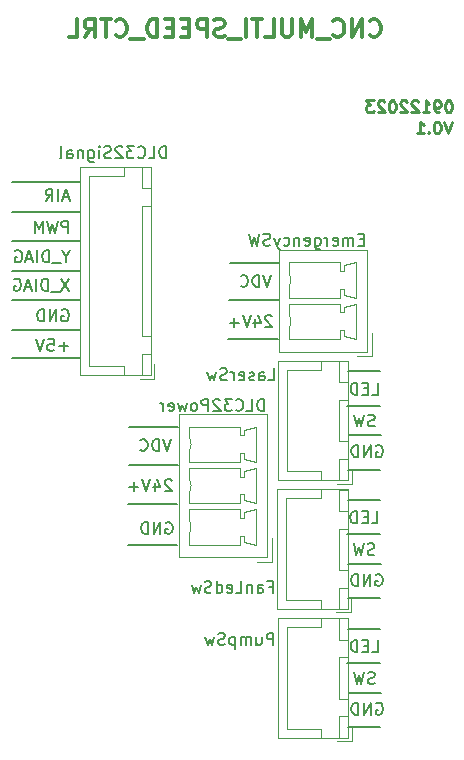
<source format=gbr>
%TF.GenerationSoftware,KiCad,Pcbnew,7.0.11-7.0.11~ubuntu22.04.1*%
%TF.CreationDate,2024-03-11T04:50:29+03:00*%
%TF.ProjectId,MSConn,4d53436f-6e6e-42e6-9b69-6361645f7063,rev?*%
%TF.SameCoordinates,PX5f5e100PY5f5e100*%
%TF.FileFunction,Legend,Bot*%
%TF.FilePolarity,Positive*%
%FSLAX46Y46*%
G04 Gerber Fmt 4.6, Leading zero omitted, Abs format (unit mm)*
G04 Created by KiCad (PCBNEW 7.0.11-7.0.11~ubuntu22.04.1) date 2024-03-11 04:50:29*
%MOMM*%
%LPD*%
G01*
G04 APERTURE LIST*
%ADD10C,0.150000*%
%ADD11C,0.250000*%
%ADD12C,0.300000*%
%ADD13C,0.120000*%
G04 APERTURE END LIST*
D10*
X11900000Y63200000D02*
X17700000Y63200000D01*
X43100000Y59681350D02*
X40350000Y59681350D01*
X43075000Y48781350D02*
X40325000Y48781350D01*
X43150000Y32500000D02*
X40400000Y32500000D01*
X43025000Y45900000D02*
X40275000Y45900000D01*
X43100000Y29581350D02*
X40350000Y29581350D01*
X34500000Y68900000D02*
X30325000Y68900000D01*
X34400000Y62400000D02*
X30225000Y62400000D01*
X25900000Y45000000D02*
X21725000Y45000000D01*
X11903153Y68181350D02*
X17703153Y68181350D01*
X11900000Y70700000D02*
X17700000Y70700000D01*
X34475000Y65700000D02*
X30300000Y65700000D01*
X11900000Y75700000D02*
X17700000Y75700000D01*
X11900000Y65700000D02*
X17700000Y65700000D01*
X43100000Y37881350D02*
X40350000Y37881350D01*
X43150000Y54300000D02*
X40400000Y54300000D01*
X25900000Y48500000D02*
X21725000Y48500000D01*
X43050000Y56800000D02*
X40300000Y56800000D01*
X25975000Y51800000D02*
X21800000Y51800000D01*
X43100000Y51381350D02*
X40350000Y51381350D01*
X43075000Y40481350D02*
X40325000Y40481350D01*
X43050000Y35000000D02*
X40300000Y35000000D01*
X26000000Y55000000D02*
X21825000Y55000000D01*
X43125000Y43400000D02*
X40375000Y43400000D01*
X11900000Y73200000D02*
X17700000Y73200000D01*
X11900000Y60800000D02*
X17700000Y60800000D01*
X42739411Y31582562D02*
X42834649Y31630181D01*
X42834649Y31630181D02*
X42977506Y31630181D01*
X42977506Y31630181D02*
X43120363Y31582562D01*
X43120363Y31582562D02*
X43215601Y31487324D01*
X43215601Y31487324D02*
X43263220Y31392086D01*
X43263220Y31392086D02*
X43310839Y31201610D01*
X43310839Y31201610D02*
X43310839Y31058753D01*
X43310839Y31058753D02*
X43263220Y30868277D01*
X43263220Y30868277D02*
X43215601Y30773039D01*
X43215601Y30773039D02*
X43120363Y30677800D01*
X43120363Y30677800D02*
X42977506Y30630181D01*
X42977506Y30630181D02*
X42882268Y30630181D01*
X42882268Y30630181D02*
X42739411Y30677800D01*
X42739411Y30677800D02*
X42691792Y30725420D01*
X42691792Y30725420D02*
X42691792Y31058753D01*
X42691792Y31058753D02*
X42882268Y31058753D01*
X42263220Y30630181D02*
X42263220Y31630181D01*
X42263220Y31630181D02*
X41691792Y30630181D01*
X41691792Y30630181D02*
X41691792Y31630181D01*
X41215601Y30630181D02*
X41215601Y31630181D01*
X41215601Y31630181D02*
X40977506Y31630181D01*
X40977506Y31630181D02*
X40834649Y31582562D01*
X40834649Y31582562D02*
X40739411Y31487324D01*
X40739411Y31487324D02*
X40691792Y31392086D01*
X40691792Y31392086D02*
X40644173Y31201610D01*
X40644173Y31201610D02*
X40644173Y31058753D01*
X40644173Y31058753D02*
X40691792Y30868277D01*
X40691792Y30868277D02*
X40739411Y30773039D01*
X40739411Y30773039D02*
X40834649Y30677800D01*
X40834649Y30677800D02*
X40977506Y30630181D01*
X40977506Y30630181D02*
X41215601Y30630181D01*
X24939411Y46882562D02*
X25034649Y46930181D01*
X25034649Y46930181D02*
X25177506Y46930181D01*
X25177506Y46930181D02*
X25320363Y46882562D01*
X25320363Y46882562D02*
X25415601Y46787324D01*
X25415601Y46787324D02*
X25463220Y46692086D01*
X25463220Y46692086D02*
X25510839Y46501610D01*
X25510839Y46501610D02*
X25510839Y46358753D01*
X25510839Y46358753D02*
X25463220Y46168277D01*
X25463220Y46168277D02*
X25415601Y46073039D01*
X25415601Y46073039D02*
X25320363Y45977800D01*
X25320363Y45977800D02*
X25177506Y45930181D01*
X25177506Y45930181D02*
X25082268Y45930181D01*
X25082268Y45930181D02*
X24939411Y45977800D01*
X24939411Y45977800D02*
X24891792Y46025420D01*
X24891792Y46025420D02*
X24891792Y46358753D01*
X24891792Y46358753D02*
X25082268Y46358753D01*
X24463220Y45930181D02*
X24463220Y46930181D01*
X24463220Y46930181D02*
X23891792Y45930181D01*
X23891792Y45930181D02*
X23891792Y46930181D01*
X23415601Y45930181D02*
X23415601Y46930181D01*
X23415601Y46930181D02*
X23177506Y46930181D01*
X23177506Y46930181D02*
X23034649Y46882562D01*
X23034649Y46882562D02*
X22939411Y46787324D01*
X22939411Y46787324D02*
X22891792Y46692086D01*
X22891792Y46692086D02*
X22844173Y46501610D01*
X22844173Y46501610D02*
X22844173Y46358753D01*
X22844173Y46358753D02*
X22891792Y46168277D01*
X22891792Y46168277D02*
X22939411Y46073039D01*
X22939411Y46073039D02*
X23034649Y45977800D01*
X23034649Y45977800D02*
X23177506Y45930181D01*
X23177506Y45930181D02*
X23415601Y45930181D01*
X42610839Y55077800D02*
X42467982Y55030181D01*
X42467982Y55030181D02*
X42229887Y55030181D01*
X42229887Y55030181D02*
X42134649Y55077800D01*
X42134649Y55077800D02*
X42087030Y55125420D01*
X42087030Y55125420D02*
X42039411Y55220658D01*
X42039411Y55220658D02*
X42039411Y55315896D01*
X42039411Y55315896D02*
X42087030Y55411134D01*
X42087030Y55411134D02*
X42134649Y55458753D01*
X42134649Y55458753D02*
X42229887Y55506372D01*
X42229887Y55506372D02*
X42420363Y55553991D01*
X42420363Y55553991D02*
X42515601Y55601610D01*
X42515601Y55601610D02*
X42563220Y55649229D01*
X42563220Y55649229D02*
X42610839Y55744467D01*
X42610839Y55744467D02*
X42610839Y55839705D01*
X42610839Y55839705D02*
X42563220Y55934943D01*
X42563220Y55934943D02*
X42515601Y55982562D01*
X42515601Y55982562D02*
X42420363Y56030181D01*
X42420363Y56030181D02*
X42182268Y56030181D01*
X42182268Y56030181D02*
X42039411Y55982562D01*
X41706077Y56030181D02*
X41467982Y55030181D01*
X41467982Y55030181D02*
X41277506Y55744467D01*
X41277506Y55744467D02*
X41087030Y55030181D01*
X41087030Y55030181D02*
X40848935Y56030181D01*
X16758458Y67530181D02*
X16091792Y66530181D01*
X16091792Y67530181D02*
X16758458Y66530181D01*
X15948935Y66434943D02*
X15187030Y66434943D01*
X14948934Y66530181D02*
X14948934Y67530181D01*
X14948934Y67530181D02*
X14710839Y67530181D01*
X14710839Y67530181D02*
X14567982Y67482562D01*
X14567982Y67482562D02*
X14472744Y67387324D01*
X14472744Y67387324D02*
X14425125Y67292086D01*
X14425125Y67292086D02*
X14377506Y67101610D01*
X14377506Y67101610D02*
X14377506Y66958753D01*
X14377506Y66958753D02*
X14425125Y66768277D01*
X14425125Y66768277D02*
X14472744Y66673039D01*
X14472744Y66673039D02*
X14567982Y66577800D01*
X14567982Y66577800D02*
X14710839Y66530181D01*
X14710839Y66530181D02*
X14948934Y66530181D01*
X13948934Y66530181D02*
X13948934Y67530181D01*
X13520363Y66815896D02*
X13044173Y66815896D01*
X13615601Y66530181D02*
X13282268Y67530181D01*
X13282268Y67530181D02*
X12948935Y66530181D01*
X12091792Y67482562D02*
X12187030Y67530181D01*
X12187030Y67530181D02*
X12329887Y67530181D01*
X12329887Y67530181D02*
X12472744Y67482562D01*
X12472744Y67482562D02*
X12567982Y67387324D01*
X12567982Y67387324D02*
X12615601Y67292086D01*
X12615601Y67292086D02*
X12663220Y67101610D01*
X12663220Y67101610D02*
X12663220Y66958753D01*
X12663220Y66958753D02*
X12615601Y66768277D01*
X12615601Y66768277D02*
X12567982Y66673039D01*
X12567982Y66673039D02*
X12472744Y66577800D01*
X12472744Y66577800D02*
X12329887Y66530181D01*
X12329887Y66530181D02*
X12234649Y66530181D01*
X12234649Y66530181D02*
X12091792Y66577800D01*
X12091792Y66577800D02*
X12044173Y66625420D01*
X12044173Y66625420D02*
X12044173Y66958753D01*
X12044173Y66958753D02*
X12234649Y66958753D01*
X25333332Y53945181D02*
X24999999Y52945181D01*
X24999999Y52945181D02*
X24666666Y53945181D01*
X24333332Y52945181D02*
X24333332Y53945181D01*
X24333332Y53945181D02*
X24095237Y53945181D01*
X24095237Y53945181D02*
X23952380Y53897562D01*
X23952380Y53897562D02*
X23857142Y53802324D01*
X23857142Y53802324D02*
X23809523Y53707086D01*
X23809523Y53707086D02*
X23761904Y53516610D01*
X23761904Y53516610D02*
X23761904Y53373753D01*
X23761904Y53373753D02*
X23809523Y53183277D01*
X23809523Y53183277D02*
X23857142Y53088039D01*
X23857142Y53088039D02*
X23952380Y52992800D01*
X23952380Y52992800D02*
X24095237Y52945181D01*
X24095237Y52945181D02*
X24333332Y52945181D01*
X22761904Y53040420D02*
X22809523Y52992800D01*
X22809523Y52992800D02*
X22952380Y52945181D01*
X22952380Y52945181D02*
X23047618Y52945181D01*
X23047618Y52945181D02*
X23190475Y52992800D01*
X23190475Y52992800D02*
X23285713Y53088039D01*
X23285713Y53088039D02*
X23333332Y53183277D01*
X23333332Y53183277D02*
X23380951Y53373753D01*
X23380951Y53373753D02*
X23380951Y53516610D01*
X23380951Y53516610D02*
X23333332Y53707086D01*
X23333332Y53707086D02*
X23285713Y53802324D01*
X23285713Y53802324D02*
X23190475Y53897562D01*
X23190475Y53897562D02*
X23047618Y53945181D01*
X23047618Y53945181D02*
X22952380Y53945181D01*
X22952380Y53945181D02*
X22809523Y53897562D01*
X22809523Y53897562D02*
X22761904Y53849943D01*
X42362030Y46830181D02*
X42838220Y46830181D01*
X42838220Y46830181D02*
X42838220Y47830181D01*
X42028696Y47353991D02*
X41695363Y47353991D01*
X41552506Y46830181D02*
X42028696Y46830181D01*
X42028696Y46830181D02*
X42028696Y47830181D01*
X42028696Y47830181D02*
X41552506Y47830181D01*
X41123934Y46830181D02*
X41123934Y47830181D01*
X41123934Y47830181D02*
X40885839Y47830181D01*
X40885839Y47830181D02*
X40742982Y47782562D01*
X40742982Y47782562D02*
X40647744Y47687324D01*
X40647744Y47687324D02*
X40600125Y47592086D01*
X40600125Y47592086D02*
X40552506Y47401610D01*
X40552506Y47401610D02*
X40552506Y47258753D01*
X40552506Y47258753D02*
X40600125Y47068277D01*
X40600125Y47068277D02*
X40647744Y46973039D01*
X40647744Y46973039D02*
X40742982Y46877800D01*
X40742982Y46877800D02*
X40885839Y46830181D01*
X40885839Y46830181D02*
X41123934Y46830181D01*
X42387030Y35930181D02*
X42863220Y35930181D01*
X42863220Y35930181D02*
X42863220Y36930181D01*
X42053696Y36453991D02*
X41720363Y36453991D01*
X41577506Y35930181D02*
X42053696Y35930181D01*
X42053696Y35930181D02*
X42053696Y36930181D01*
X42053696Y36930181D02*
X41577506Y36930181D01*
X41148934Y35930181D02*
X41148934Y36930181D01*
X41148934Y36930181D02*
X40910839Y36930181D01*
X40910839Y36930181D02*
X40767982Y36882562D01*
X40767982Y36882562D02*
X40672744Y36787324D01*
X40672744Y36787324D02*
X40625125Y36692086D01*
X40625125Y36692086D02*
X40577506Y36501610D01*
X40577506Y36501610D02*
X40577506Y36358753D01*
X40577506Y36358753D02*
X40625125Y36168277D01*
X40625125Y36168277D02*
X40672744Y36073039D01*
X40672744Y36073039D02*
X40767982Y35977800D01*
X40767982Y35977800D02*
X40910839Y35930181D01*
X40910839Y35930181D02*
X41148934Y35930181D01*
X16139411Y64882562D02*
X16234649Y64930181D01*
X16234649Y64930181D02*
X16377506Y64930181D01*
X16377506Y64930181D02*
X16520363Y64882562D01*
X16520363Y64882562D02*
X16615601Y64787324D01*
X16615601Y64787324D02*
X16663220Y64692086D01*
X16663220Y64692086D02*
X16710839Y64501610D01*
X16710839Y64501610D02*
X16710839Y64358753D01*
X16710839Y64358753D02*
X16663220Y64168277D01*
X16663220Y64168277D02*
X16615601Y64073039D01*
X16615601Y64073039D02*
X16520363Y63977800D01*
X16520363Y63977800D02*
X16377506Y63930181D01*
X16377506Y63930181D02*
X16282268Y63930181D01*
X16282268Y63930181D02*
X16139411Y63977800D01*
X16139411Y63977800D02*
X16091792Y64025420D01*
X16091792Y64025420D02*
X16091792Y64358753D01*
X16091792Y64358753D02*
X16282268Y64358753D01*
X15663220Y63930181D02*
X15663220Y64930181D01*
X15663220Y64930181D02*
X15091792Y63930181D01*
X15091792Y63930181D02*
X15091792Y64930181D01*
X14615601Y63930181D02*
X14615601Y64930181D01*
X14615601Y64930181D02*
X14377506Y64930181D01*
X14377506Y64930181D02*
X14234649Y64882562D01*
X14234649Y64882562D02*
X14139411Y64787324D01*
X14139411Y64787324D02*
X14091792Y64692086D01*
X14091792Y64692086D02*
X14044173Y64501610D01*
X14044173Y64501610D02*
X14044173Y64358753D01*
X14044173Y64358753D02*
X14091792Y64168277D01*
X14091792Y64168277D02*
X14139411Y64073039D01*
X14139411Y64073039D02*
X14234649Y63977800D01*
X14234649Y63977800D02*
X14377506Y63930181D01*
X14377506Y63930181D02*
X14615601Y63930181D01*
X16710839Y74415896D02*
X16234649Y74415896D01*
X16806077Y74130181D02*
X16472744Y75130181D01*
X16472744Y75130181D02*
X16139411Y74130181D01*
X15806077Y74130181D02*
X15806077Y75130181D01*
X14758459Y74130181D02*
X15091792Y74606372D01*
X15329887Y74130181D02*
X15329887Y75130181D01*
X15329887Y75130181D02*
X14948935Y75130181D01*
X14948935Y75130181D02*
X14853697Y75082562D01*
X14853697Y75082562D02*
X14806078Y75034943D01*
X14806078Y75034943D02*
X14758459Y74939705D01*
X14758459Y74939705D02*
X14758459Y74796848D01*
X14758459Y74796848D02*
X14806078Y74701610D01*
X14806078Y74701610D02*
X14853697Y74653991D01*
X14853697Y74653991D02*
X14948935Y74606372D01*
X14948935Y74606372D02*
X15329887Y74606372D01*
X42714411Y42482562D02*
X42809649Y42530181D01*
X42809649Y42530181D02*
X42952506Y42530181D01*
X42952506Y42530181D02*
X43095363Y42482562D01*
X43095363Y42482562D02*
X43190601Y42387324D01*
X43190601Y42387324D02*
X43238220Y42292086D01*
X43238220Y42292086D02*
X43285839Y42101610D01*
X43285839Y42101610D02*
X43285839Y41958753D01*
X43285839Y41958753D02*
X43238220Y41768277D01*
X43238220Y41768277D02*
X43190601Y41673039D01*
X43190601Y41673039D02*
X43095363Y41577800D01*
X43095363Y41577800D02*
X42952506Y41530181D01*
X42952506Y41530181D02*
X42857268Y41530181D01*
X42857268Y41530181D02*
X42714411Y41577800D01*
X42714411Y41577800D02*
X42666792Y41625420D01*
X42666792Y41625420D02*
X42666792Y41958753D01*
X42666792Y41958753D02*
X42857268Y41958753D01*
X42238220Y41530181D02*
X42238220Y42530181D01*
X42238220Y42530181D02*
X41666792Y41530181D01*
X41666792Y41530181D02*
X41666792Y42530181D01*
X41190601Y41530181D02*
X41190601Y42530181D01*
X41190601Y42530181D02*
X40952506Y42530181D01*
X40952506Y42530181D02*
X40809649Y42482562D01*
X40809649Y42482562D02*
X40714411Y42387324D01*
X40714411Y42387324D02*
X40666792Y42292086D01*
X40666792Y42292086D02*
X40619173Y42101610D01*
X40619173Y42101610D02*
X40619173Y41958753D01*
X40619173Y41958753D02*
X40666792Y41768277D01*
X40666792Y41768277D02*
X40714411Y41673039D01*
X40714411Y41673039D02*
X40809649Y41577800D01*
X40809649Y41577800D02*
X40952506Y41530181D01*
X40952506Y41530181D02*
X41190601Y41530181D01*
X25409523Y50449943D02*
X25361904Y50497562D01*
X25361904Y50497562D02*
X25266666Y50545181D01*
X25266666Y50545181D02*
X25028571Y50545181D01*
X25028571Y50545181D02*
X24933333Y50497562D01*
X24933333Y50497562D02*
X24885714Y50449943D01*
X24885714Y50449943D02*
X24838095Y50354705D01*
X24838095Y50354705D02*
X24838095Y50259467D01*
X24838095Y50259467D02*
X24885714Y50116610D01*
X24885714Y50116610D02*
X25457142Y49545181D01*
X25457142Y49545181D02*
X24838095Y49545181D01*
X23980952Y50211848D02*
X23980952Y49545181D01*
X24219047Y50592800D02*
X24457142Y49878515D01*
X24457142Y49878515D02*
X23838095Y49878515D01*
X23599999Y50545181D02*
X23266666Y49545181D01*
X23266666Y49545181D02*
X22933333Y50545181D01*
X22599999Y49926134D02*
X21838095Y49926134D01*
X22219047Y49545181D02*
X22219047Y50307086D01*
X42739411Y53382562D02*
X42834649Y53430181D01*
X42834649Y53430181D02*
X42977506Y53430181D01*
X42977506Y53430181D02*
X43120363Y53382562D01*
X43120363Y53382562D02*
X43215601Y53287324D01*
X43215601Y53287324D02*
X43263220Y53192086D01*
X43263220Y53192086D02*
X43310839Y53001610D01*
X43310839Y53001610D02*
X43310839Y52858753D01*
X43310839Y52858753D02*
X43263220Y52668277D01*
X43263220Y52668277D02*
X43215601Y52573039D01*
X43215601Y52573039D02*
X43120363Y52477800D01*
X43120363Y52477800D02*
X42977506Y52430181D01*
X42977506Y52430181D02*
X42882268Y52430181D01*
X42882268Y52430181D02*
X42739411Y52477800D01*
X42739411Y52477800D02*
X42691792Y52525420D01*
X42691792Y52525420D02*
X42691792Y52858753D01*
X42691792Y52858753D02*
X42882268Y52858753D01*
X42263220Y52430181D02*
X42263220Y53430181D01*
X42263220Y53430181D02*
X41691792Y52430181D01*
X41691792Y52430181D02*
X41691792Y53430181D01*
X41215601Y52430181D02*
X41215601Y53430181D01*
X41215601Y53430181D02*
X40977506Y53430181D01*
X40977506Y53430181D02*
X40834649Y53382562D01*
X40834649Y53382562D02*
X40739411Y53287324D01*
X40739411Y53287324D02*
X40691792Y53192086D01*
X40691792Y53192086D02*
X40644173Y53001610D01*
X40644173Y53001610D02*
X40644173Y52858753D01*
X40644173Y52858753D02*
X40691792Y52668277D01*
X40691792Y52668277D02*
X40739411Y52573039D01*
X40739411Y52573039D02*
X40834649Y52477800D01*
X40834649Y52477800D02*
X40977506Y52430181D01*
X40977506Y52430181D02*
X41215601Y52430181D01*
X16663220Y71430181D02*
X16663220Y72430181D01*
X16663220Y72430181D02*
X16282268Y72430181D01*
X16282268Y72430181D02*
X16187030Y72382562D01*
X16187030Y72382562D02*
X16139411Y72334943D01*
X16139411Y72334943D02*
X16091792Y72239705D01*
X16091792Y72239705D02*
X16091792Y72096848D01*
X16091792Y72096848D02*
X16139411Y72001610D01*
X16139411Y72001610D02*
X16187030Y71953991D01*
X16187030Y71953991D02*
X16282268Y71906372D01*
X16282268Y71906372D02*
X16663220Y71906372D01*
X15758458Y72430181D02*
X15520363Y71430181D01*
X15520363Y71430181D02*
X15329887Y72144467D01*
X15329887Y72144467D02*
X15139411Y71430181D01*
X15139411Y71430181D02*
X14901316Y72430181D01*
X14520363Y71430181D02*
X14520363Y72430181D01*
X14520363Y72430181D02*
X14187030Y71715896D01*
X14187030Y71715896D02*
X13853697Y72430181D01*
X13853697Y72430181D02*
X13853697Y71430181D01*
X33833332Y67845181D02*
X33499999Y66845181D01*
X33499999Y66845181D02*
X33166666Y67845181D01*
X32833332Y66845181D02*
X32833332Y67845181D01*
X32833332Y67845181D02*
X32595237Y67845181D01*
X32595237Y67845181D02*
X32452380Y67797562D01*
X32452380Y67797562D02*
X32357142Y67702324D01*
X32357142Y67702324D02*
X32309523Y67607086D01*
X32309523Y67607086D02*
X32261904Y67416610D01*
X32261904Y67416610D02*
X32261904Y67273753D01*
X32261904Y67273753D02*
X32309523Y67083277D01*
X32309523Y67083277D02*
X32357142Y66988039D01*
X32357142Y66988039D02*
X32452380Y66892800D01*
X32452380Y66892800D02*
X32595237Y66845181D01*
X32595237Y66845181D02*
X32833332Y66845181D01*
X31261904Y66940420D02*
X31309523Y66892800D01*
X31309523Y66892800D02*
X31452380Y66845181D01*
X31452380Y66845181D02*
X31547618Y66845181D01*
X31547618Y66845181D02*
X31690475Y66892800D01*
X31690475Y66892800D02*
X31785713Y66988039D01*
X31785713Y66988039D02*
X31833332Y67083277D01*
X31833332Y67083277D02*
X31880951Y67273753D01*
X31880951Y67273753D02*
X31880951Y67416610D01*
X31880951Y67416610D02*
X31833332Y67607086D01*
X31833332Y67607086D02*
X31785713Y67702324D01*
X31785713Y67702324D02*
X31690475Y67797562D01*
X31690475Y67797562D02*
X31547618Y67845181D01*
X31547618Y67845181D02*
X31452380Y67845181D01*
X31452380Y67845181D02*
X31309523Y67797562D01*
X31309523Y67797562D02*
X31261904Y67749943D01*
D11*
X48906955Y82635381D02*
X48811717Y82635381D01*
X48811717Y82635381D02*
X48716479Y82587762D01*
X48716479Y82587762D02*
X48668860Y82540143D01*
X48668860Y82540143D02*
X48621241Y82444905D01*
X48621241Y82444905D02*
X48573622Y82254429D01*
X48573622Y82254429D02*
X48573622Y82016334D01*
X48573622Y82016334D02*
X48621241Y81825858D01*
X48621241Y81825858D02*
X48668860Y81730620D01*
X48668860Y81730620D02*
X48716479Y81683000D01*
X48716479Y81683000D02*
X48811717Y81635381D01*
X48811717Y81635381D02*
X48906955Y81635381D01*
X48906955Y81635381D02*
X49002193Y81683000D01*
X49002193Y81683000D02*
X49049812Y81730620D01*
X49049812Y81730620D02*
X49097431Y81825858D01*
X49097431Y81825858D02*
X49145050Y82016334D01*
X49145050Y82016334D02*
X49145050Y82254429D01*
X49145050Y82254429D02*
X49097431Y82444905D01*
X49097431Y82444905D02*
X49049812Y82540143D01*
X49049812Y82540143D02*
X49002193Y82587762D01*
X49002193Y82587762D02*
X48906955Y82635381D01*
X48097431Y81635381D02*
X47906955Y81635381D01*
X47906955Y81635381D02*
X47811717Y81683000D01*
X47811717Y81683000D02*
X47764098Y81730620D01*
X47764098Y81730620D02*
X47668860Y81873477D01*
X47668860Y81873477D02*
X47621241Y82063953D01*
X47621241Y82063953D02*
X47621241Y82444905D01*
X47621241Y82444905D02*
X47668860Y82540143D01*
X47668860Y82540143D02*
X47716479Y82587762D01*
X47716479Y82587762D02*
X47811717Y82635381D01*
X47811717Y82635381D02*
X48002193Y82635381D01*
X48002193Y82635381D02*
X48097431Y82587762D01*
X48097431Y82587762D02*
X48145050Y82540143D01*
X48145050Y82540143D02*
X48192669Y82444905D01*
X48192669Y82444905D02*
X48192669Y82206810D01*
X48192669Y82206810D02*
X48145050Y82111572D01*
X48145050Y82111572D02*
X48097431Y82063953D01*
X48097431Y82063953D02*
X48002193Y82016334D01*
X48002193Y82016334D02*
X47811717Y82016334D01*
X47811717Y82016334D02*
X47716479Y82063953D01*
X47716479Y82063953D02*
X47668860Y82111572D01*
X47668860Y82111572D02*
X47621241Y82206810D01*
X46668860Y81635381D02*
X47240288Y81635381D01*
X46954574Y81635381D02*
X46954574Y82635381D01*
X46954574Y82635381D02*
X47049812Y82492524D01*
X47049812Y82492524D02*
X47145050Y82397286D01*
X47145050Y82397286D02*
X47240288Y82349667D01*
X46287907Y82540143D02*
X46240288Y82587762D01*
X46240288Y82587762D02*
X46145050Y82635381D01*
X46145050Y82635381D02*
X45906955Y82635381D01*
X45906955Y82635381D02*
X45811717Y82587762D01*
X45811717Y82587762D02*
X45764098Y82540143D01*
X45764098Y82540143D02*
X45716479Y82444905D01*
X45716479Y82444905D02*
X45716479Y82349667D01*
X45716479Y82349667D02*
X45764098Y82206810D01*
X45764098Y82206810D02*
X46335526Y81635381D01*
X46335526Y81635381D02*
X45716479Y81635381D01*
X45335526Y82540143D02*
X45287907Y82587762D01*
X45287907Y82587762D02*
X45192669Y82635381D01*
X45192669Y82635381D02*
X44954574Y82635381D01*
X44954574Y82635381D02*
X44859336Y82587762D01*
X44859336Y82587762D02*
X44811717Y82540143D01*
X44811717Y82540143D02*
X44764098Y82444905D01*
X44764098Y82444905D02*
X44764098Y82349667D01*
X44764098Y82349667D02*
X44811717Y82206810D01*
X44811717Y82206810D02*
X45383145Y81635381D01*
X45383145Y81635381D02*
X44764098Y81635381D01*
X44145050Y82635381D02*
X44049812Y82635381D01*
X44049812Y82635381D02*
X43954574Y82587762D01*
X43954574Y82587762D02*
X43906955Y82540143D01*
X43906955Y82540143D02*
X43859336Y82444905D01*
X43859336Y82444905D02*
X43811717Y82254429D01*
X43811717Y82254429D02*
X43811717Y82016334D01*
X43811717Y82016334D02*
X43859336Y81825858D01*
X43859336Y81825858D02*
X43906955Y81730620D01*
X43906955Y81730620D02*
X43954574Y81683000D01*
X43954574Y81683000D02*
X44049812Y81635381D01*
X44049812Y81635381D02*
X44145050Y81635381D01*
X44145050Y81635381D02*
X44240288Y81683000D01*
X44240288Y81683000D02*
X44287907Y81730620D01*
X44287907Y81730620D02*
X44335526Y81825858D01*
X44335526Y81825858D02*
X44383145Y82016334D01*
X44383145Y82016334D02*
X44383145Y82254429D01*
X44383145Y82254429D02*
X44335526Y82444905D01*
X44335526Y82444905D02*
X44287907Y82540143D01*
X44287907Y82540143D02*
X44240288Y82587762D01*
X44240288Y82587762D02*
X44145050Y82635381D01*
X43430764Y82540143D02*
X43383145Y82587762D01*
X43383145Y82587762D02*
X43287907Y82635381D01*
X43287907Y82635381D02*
X43049812Y82635381D01*
X43049812Y82635381D02*
X42954574Y82587762D01*
X42954574Y82587762D02*
X42906955Y82540143D01*
X42906955Y82540143D02*
X42859336Y82444905D01*
X42859336Y82444905D02*
X42859336Y82349667D01*
X42859336Y82349667D02*
X42906955Y82206810D01*
X42906955Y82206810D02*
X43478383Y81635381D01*
X43478383Y81635381D02*
X42859336Y81635381D01*
X42526002Y82635381D02*
X41906955Y82635381D01*
X41906955Y82635381D02*
X42240288Y82254429D01*
X42240288Y82254429D02*
X42097431Y82254429D01*
X42097431Y82254429D02*
X42002193Y82206810D01*
X42002193Y82206810D02*
X41954574Y82159191D01*
X41954574Y82159191D02*
X41906955Y82063953D01*
X41906955Y82063953D02*
X41906955Y81825858D01*
X41906955Y81825858D02*
X41954574Y81730620D01*
X41954574Y81730620D02*
X42002193Y81683000D01*
X42002193Y81683000D02*
X42097431Y81635381D01*
X42097431Y81635381D02*
X42383145Y81635381D01*
X42383145Y81635381D02*
X42478383Y81683000D01*
X42478383Y81683000D02*
X42526002Y81730620D01*
D12*
X42188346Y88142029D02*
X42259774Y88070600D01*
X42259774Y88070600D02*
X42474060Y87999172D01*
X42474060Y87999172D02*
X42616917Y87999172D01*
X42616917Y87999172D02*
X42831203Y88070600D01*
X42831203Y88070600D02*
X42974060Y88213458D01*
X42974060Y88213458D02*
X43045489Y88356315D01*
X43045489Y88356315D02*
X43116917Y88642029D01*
X43116917Y88642029D02*
X43116917Y88856315D01*
X43116917Y88856315D02*
X43045489Y89142029D01*
X43045489Y89142029D02*
X42974060Y89284886D01*
X42974060Y89284886D02*
X42831203Y89427743D01*
X42831203Y89427743D02*
X42616917Y89499172D01*
X42616917Y89499172D02*
X42474060Y89499172D01*
X42474060Y89499172D02*
X42259774Y89427743D01*
X42259774Y89427743D02*
X42188346Y89356315D01*
X41545489Y87999172D02*
X41545489Y89499172D01*
X41545489Y89499172D02*
X40688346Y87999172D01*
X40688346Y87999172D02*
X40688346Y89499172D01*
X39116917Y88142029D02*
X39188345Y88070600D01*
X39188345Y88070600D02*
X39402631Y87999172D01*
X39402631Y87999172D02*
X39545488Y87999172D01*
X39545488Y87999172D02*
X39759774Y88070600D01*
X39759774Y88070600D02*
X39902631Y88213458D01*
X39902631Y88213458D02*
X39974060Y88356315D01*
X39974060Y88356315D02*
X40045488Y88642029D01*
X40045488Y88642029D02*
X40045488Y88856315D01*
X40045488Y88856315D02*
X39974060Y89142029D01*
X39974060Y89142029D02*
X39902631Y89284886D01*
X39902631Y89284886D02*
X39759774Y89427743D01*
X39759774Y89427743D02*
X39545488Y89499172D01*
X39545488Y89499172D02*
X39402631Y89499172D01*
X39402631Y89499172D02*
X39188345Y89427743D01*
X39188345Y89427743D02*
X39116917Y89356315D01*
X38831203Y87856315D02*
X37688345Y87856315D01*
X37331203Y87999172D02*
X37331203Y89499172D01*
X37331203Y89499172D02*
X36831203Y88427743D01*
X36831203Y88427743D02*
X36331203Y89499172D01*
X36331203Y89499172D02*
X36331203Y87999172D01*
X35616917Y89499172D02*
X35616917Y88284886D01*
X35616917Y88284886D02*
X35545488Y88142029D01*
X35545488Y88142029D02*
X35474060Y88070600D01*
X35474060Y88070600D02*
X35331202Y87999172D01*
X35331202Y87999172D02*
X35045488Y87999172D01*
X35045488Y87999172D02*
X34902631Y88070600D01*
X34902631Y88070600D02*
X34831202Y88142029D01*
X34831202Y88142029D02*
X34759774Y88284886D01*
X34759774Y88284886D02*
X34759774Y89499172D01*
X33331202Y87999172D02*
X34045488Y87999172D01*
X34045488Y87999172D02*
X34045488Y89499172D01*
X33045487Y89499172D02*
X32188345Y89499172D01*
X32616916Y87999172D02*
X32616916Y89499172D01*
X31688345Y87999172D02*
X31688345Y89499172D01*
X31331202Y87856315D02*
X30188344Y87856315D01*
X29902630Y88070600D02*
X29688345Y87999172D01*
X29688345Y87999172D02*
X29331202Y87999172D01*
X29331202Y87999172D02*
X29188345Y88070600D01*
X29188345Y88070600D02*
X29116916Y88142029D01*
X29116916Y88142029D02*
X29045487Y88284886D01*
X29045487Y88284886D02*
X29045487Y88427743D01*
X29045487Y88427743D02*
X29116916Y88570600D01*
X29116916Y88570600D02*
X29188345Y88642029D01*
X29188345Y88642029D02*
X29331202Y88713458D01*
X29331202Y88713458D02*
X29616916Y88784886D01*
X29616916Y88784886D02*
X29759773Y88856315D01*
X29759773Y88856315D02*
X29831202Y88927743D01*
X29831202Y88927743D02*
X29902630Y89070600D01*
X29902630Y89070600D02*
X29902630Y89213458D01*
X29902630Y89213458D02*
X29831202Y89356315D01*
X29831202Y89356315D02*
X29759773Y89427743D01*
X29759773Y89427743D02*
X29616916Y89499172D01*
X29616916Y89499172D02*
X29259773Y89499172D01*
X29259773Y89499172D02*
X29045487Y89427743D01*
X28402631Y87999172D02*
X28402631Y89499172D01*
X28402631Y89499172D02*
X27831202Y89499172D01*
X27831202Y89499172D02*
X27688345Y89427743D01*
X27688345Y89427743D02*
X27616916Y89356315D01*
X27616916Y89356315D02*
X27545488Y89213458D01*
X27545488Y89213458D02*
X27545488Y88999172D01*
X27545488Y88999172D02*
X27616916Y88856315D01*
X27616916Y88856315D02*
X27688345Y88784886D01*
X27688345Y88784886D02*
X27831202Y88713458D01*
X27831202Y88713458D02*
X28402631Y88713458D01*
X26902631Y88784886D02*
X26402631Y88784886D01*
X26188345Y87999172D02*
X26902631Y87999172D01*
X26902631Y87999172D02*
X26902631Y89499172D01*
X26902631Y89499172D02*
X26188345Y89499172D01*
X25545488Y88784886D02*
X25045488Y88784886D01*
X24831202Y87999172D02*
X25545488Y87999172D01*
X25545488Y87999172D02*
X25545488Y89499172D01*
X25545488Y89499172D02*
X24831202Y89499172D01*
X24188345Y87999172D02*
X24188345Y89499172D01*
X24188345Y89499172D02*
X23831202Y89499172D01*
X23831202Y89499172D02*
X23616916Y89427743D01*
X23616916Y89427743D02*
X23474059Y89284886D01*
X23474059Y89284886D02*
X23402630Y89142029D01*
X23402630Y89142029D02*
X23331202Y88856315D01*
X23331202Y88856315D02*
X23331202Y88642029D01*
X23331202Y88642029D02*
X23402630Y88356315D01*
X23402630Y88356315D02*
X23474059Y88213458D01*
X23474059Y88213458D02*
X23616916Y88070600D01*
X23616916Y88070600D02*
X23831202Y87999172D01*
X23831202Y87999172D02*
X24188345Y87999172D01*
X23045488Y87856315D02*
X21902630Y87856315D01*
X20688345Y88142029D02*
X20759773Y88070600D01*
X20759773Y88070600D02*
X20974059Y87999172D01*
X20974059Y87999172D02*
X21116916Y87999172D01*
X21116916Y87999172D02*
X21331202Y88070600D01*
X21331202Y88070600D02*
X21474059Y88213458D01*
X21474059Y88213458D02*
X21545488Y88356315D01*
X21545488Y88356315D02*
X21616916Y88642029D01*
X21616916Y88642029D02*
X21616916Y88856315D01*
X21616916Y88856315D02*
X21545488Y89142029D01*
X21545488Y89142029D02*
X21474059Y89284886D01*
X21474059Y89284886D02*
X21331202Y89427743D01*
X21331202Y89427743D02*
X21116916Y89499172D01*
X21116916Y89499172D02*
X20974059Y89499172D01*
X20974059Y89499172D02*
X20759773Y89427743D01*
X20759773Y89427743D02*
X20688345Y89356315D01*
X20259773Y89499172D02*
X19402631Y89499172D01*
X19831202Y87999172D02*
X19831202Y89499172D01*
X18045488Y87999172D02*
X18545488Y88713458D01*
X18902631Y87999172D02*
X18902631Y89499172D01*
X18902631Y89499172D02*
X18331202Y89499172D01*
X18331202Y89499172D02*
X18188345Y89427743D01*
X18188345Y89427743D02*
X18116916Y89356315D01*
X18116916Y89356315D02*
X18045488Y89213458D01*
X18045488Y89213458D02*
X18045488Y88999172D01*
X18045488Y88999172D02*
X18116916Y88856315D01*
X18116916Y88856315D02*
X18188345Y88784886D01*
X18188345Y88784886D02*
X18331202Y88713458D01*
X18331202Y88713458D02*
X18902631Y88713458D01*
X16688345Y87999172D02*
X17402631Y87999172D01*
X17402631Y87999172D02*
X17402631Y89499172D01*
D10*
X16472744Y69406372D02*
X16472744Y68930181D01*
X16806077Y69930181D02*
X16472744Y69406372D01*
X16472744Y69406372D02*
X16139411Y69930181D01*
X16044173Y68834943D02*
X15282268Y68834943D01*
X15044172Y68930181D02*
X15044172Y69930181D01*
X15044172Y69930181D02*
X14806077Y69930181D01*
X14806077Y69930181D02*
X14663220Y69882562D01*
X14663220Y69882562D02*
X14567982Y69787324D01*
X14567982Y69787324D02*
X14520363Y69692086D01*
X14520363Y69692086D02*
X14472744Y69501610D01*
X14472744Y69501610D02*
X14472744Y69358753D01*
X14472744Y69358753D02*
X14520363Y69168277D01*
X14520363Y69168277D02*
X14567982Y69073039D01*
X14567982Y69073039D02*
X14663220Y68977800D01*
X14663220Y68977800D02*
X14806077Y68930181D01*
X14806077Y68930181D02*
X15044172Y68930181D01*
X14044172Y68930181D02*
X14044172Y69930181D01*
X13615601Y69215896D02*
X13139411Y69215896D01*
X13710839Y68930181D02*
X13377506Y69930181D01*
X13377506Y69930181D02*
X13044173Y68930181D01*
X12187030Y69882562D02*
X12282268Y69930181D01*
X12282268Y69930181D02*
X12425125Y69930181D01*
X12425125Y69930181D02*
X12567982Y69882562D01*
X12567982Y69882562D02*
X12663220Y69787324D01*
X12663220Y69787324D02*
X12710839Y69692086D01*
X12710839Y69692086D02*
X12758458Y69501610D01*
X12758458Y69501610D02*
X12758458Y69358753D01*
X12758458Y69358753D02*
X12710839Y69168277D01*
X12710839Y69168277D02*
X12663220Y69073039D01*
X12663220Y69073039D02*
X12567982Y68977800D01*
X12567982Y68977800D02*
X12425125Y68930181D01*
X12425125Y68930181D02*
X12329887Y68930181D01*
X12329887Y68930181D02*
X12187030Y68977800D01*
X12187030Y68977800D02*
X12139411Y69025420D01*
X12139411Y69025420D02*
X12139411Y69358753D01*
X12139411Y69358753D02*
X12329887Y69358753D01*
X33909523Y64349943D02*
X33861904Y64397562D01*
X33861904Y64397562D02*
X33766666Y64445181D01*
X33766666Y64445181D02*
X33528571Y64445181D01*
X33528571Y64445181D02*
X33433333Y64397562D01*
X33433333Y64397562D02*
X33385714Y64349943D01*
X33385714Y64349943D02*
X33338095Y64254705D01*
X33338095Y64254705D02*
X33338095Y64159467D01*
X33338095Y64159467D02*
X33385714Y64016610D01*
X33385714Y64016610D02*
X33957142Y63445181D01*
X33957142Y63445181D02*
X33338095Y63445181D01*
X32480952Y64111848D02*
X32480952Y63445181D01*
X32719047Y64492800D02*
X32957142Y63778515D01*
X32957142Y63778515D02*
X32338095Y63778515D01*
X32099999Y64445181D02*
X31766666Y63445181D01*
X31766666Y63445181D02*
X31433333Y64445181D01*
X31099999Y63826134D02*
X30338095Y63826134D01*
X30719047Y63445181D02*
X30719047Y64207086D01*
X42387030Y57730181D02*
X42863220Y57730181D01*
X42863220Y57730181D02*
X42863220Y58730181D01*
X42053696Y58253991D02*
X41720363Y58253991D01*
X41577506Y57730181D02*
X42053696Y57730181D01*
X42053696Y57730181D02*
X42053696Y58730181D01*
X42053696Y58730181D02*
X41577506Y58730181D01*
X41148934Y57730181D02*
X41148934Y58730181D01*
X41148934Y58730181D02*
X40910839Y58730181D01*
X40910839Y58730181D02*
X40767982Y58682562D01*
X40767982Y58682562D02*
X40672744Y58587324D01*
X40672744Y58587324D02*
X40625125Y58492086D01*
X40625125Y58492086D02*
X40577506Y58301610D01*
X40577506Y58301610D02*
X40577506Y58158753D01*
X40577506Y58158753D02*
X40625125Y57968277D01*
X40625125Y57968277D02*
X40672744Y57873039D01*
X40672744Y57873039D02*
X40767982Y57777800D01*
X40767982Y57777800D02*
X40910839Y57730181D01*
X40910839Y57730181D02*
X41148934Y57730181D01*
X42585839Y44177800D02*
X42442982Y44130181D01*
X42442982Y44130181D02*
X42204887Y44130181D01*
X42204887Y44130181D02*
X42109649Y44177800D01*
X42109649Y44177800D02*
X42062030Y44225420D01*
X42062030Y44225420D02*
X42014411Y44320658D01*
X42014411Y44320658D02*
X42014411Y44415896D01*
X42014411Y44415896D02*
X42062030Y44511134D01*
X42062030Y44511134D02*
X42109649Y44558753D01*
X42109649Y44558753D02*
X42204887Y44606372D01*
X42204887Y44606372D02*
X42395363Y44653991D01*
X42395363Y44653991D02*
X42490601Y44701610D01*
X42490601Y44701610D02*
X42538220Y44749229D01*
X42538220Y44749229D02*
X42585839Y44844467D01*
X42585839Y44844467D02*
X42585839Y44939705D01*
X42585839Y44939705D02*
X42538220Y45034943D01*
X42538220Y45034943D02*
X42490601Y45082562D01*
X42490601Y45082562D02*
X42395363Y45130181D01*
X42395363Y45130181D02*
X42157268Y45130181D01*
X42157268Y45130181D02*
X42014411Y45082562D01*
X41681077Y45130181D02*
X41442982Y44130181D01*
X41442982Y44130181D02*
X41252506Y44844467D01*
X41252506Y44844467D02*
X41062030Y44130181D01*
X41062030Y44130181D02*
X40823935Y45130181D01*
X42610839Y33277800D02*
X42467982Y33230181D01*
X42467982Y33230181D02*
X42229887Y33230181D01*
X42229887Y33230181D02*
X42134649Y33277800D01*
X42134649Y33277800D02*
X42087030Y33325420D01*
X42087030Y33325420D02*
X42039411Y33420658D01*
X42039411Y33420658D02*
X42039411Y33515896D01*
X42039411Y33515896D02*
X42087030Y33611134D01*
X42087030Y33611134D02*
X42134649Y33658753D01*
X42134649Y33658753D02*
X42229887Y33706372D01*
X42229887Y33706372D02*
X42420363Y33753991D01*
X42420363Y33753991D02*
X42515601Y33801610D01*
X42515601Y33801610D02*
X42563220Y33849229D01*
X42563220Y33849229D02*
X42610839Y33944467D01*
X42610839Y33944467D02*
X42610839Y34039705D01*
X42610839Y34039705D02*
X42563220Y34134943D01*
X42563220Y34134943D02*
X42515601Y34182562D01*
X42515601Y34182562D02*
X42420363Y34230181D01*
X42420363Y34230181D02*
X42182268Y34230181D01*
X42182268Y34230181D02*
X42039411Y34182562D01*
X41706077Y34230181D02*
X41467982Y33230181D01*
X41467982Y33230181D02*
X41277506Y33944467D01*
X41277506Y33944467D02*
X41087030Y33230181D01*
X41087030Y33230181D02*
X40848935Y34230181D01*
D11*
X49140288Y80835381D02*
X48806955Y79835381D01*
X48806955Y79835381D02*
X48473622Y80835381D01*
X47949812Y80835381D02*
X47854574Y80835381D01*
X47854574Y80835381D02*
X47759336Y80787762D01*
X47759336Y80787762D02*
X47711717Y80740143D01*
X47711717Y80740143D02*
X47664098Y80644905D01*
X47664098Y80644905D02*
X47616479Y80454429D01*
X47616479Y80454429D02*
X47616479Y80216334D01*
X47616479Y80216334D02*
X47664098Y80025858D01*
X47664098Y80025858D02*
X47711717Y79930620D01*
X47711717Y79930620D02*
X47759336Y79883000D01*
X47759336Y79883000D02*
X47854574Y79835381D01*
X47854574Y79835381D02*
X47949812Y79835381D01*
X47949812Y79835381D02*
X48045050Y79883000D01*
X48045050Y79883000D02*
X48092669Y79930620D01*
X48092669Y79930620D02*
X48140288Y80025858D01*
X48140288Y80025858D02*
X48187907Y80216334D01*
X48187907Y80216334D02*
X48187907Y80454429D01*
X48187907Y80454429D02*
X48140288Y80644905D01*
X48140288Y80644905D02*
X48092669Y80740143D01*
X48092669Y80740143D02*
X48045050Y80787762D01*
X48045050Y80787762D02*
X47949812Y80835381D01*
X47187907Y79930620D02*
X47140288Y79883000D01*
X47140288Y79883000D02*
X47187907Y79835381D01*
X47187907Y79835381D02*
X47235526Y79883000D01*
X47235526Y79883000D02*
X47187907Y79930620D01*
X47187907Y79930620D02*
X47187907Y79835381D01*
X46187908Y79835381D02*
X46759336Y79835381D01*
X46473622Y79835381D02*
X46473622Y80835381D01*
X46473622Y80835381D02*
X46568860Y80692524D01*
X46568860Y80692524D02*
X46664098Y80597286D01*
X46664098Y80597286D02*
X46759336Y80549667D01*
D10*
X16663220Y61811134D02*
X15901316Y61811134D01*
X16282268Y61430181D02*
X16282268Y62192086D01*
X14948935Y62430181D02*
X15425125Y62430181D01*
X15425125Y62430181D02*
X15472744Y61953991D01*
X15472744Y61953991D02*
X15425125Y62001610D01*
X15425125Y62001610D02*
X15329887Y62049229D01*
X15329887Y62049229D02*
X15091792Y62049229D01*
X15091792Y62049229D02*
X14996554Y62001610D01*
X14996554Y62001610D02*
X14948935Y61953991D01*
X14948935Y61953991D02*
X14901316Y61858753D01*
X14901316Y61858753D02*
X14901316Y61620658D01*
X14901316Y61620658D02*
X14948935Y61525420D01*
X14948935Y61525420D02*
X14996554Y61477800D01*
X14996554Y61477800D02*
X15091792Y61430181D01*
X15091792Y61430181D02*
X15329887Y61430181D01*
X15329887Y61430181D02*
X15425125Y61477800D01*
X15425125Y61477800D02*
X15472744Y61525420D01*
X14615601Y62430181D02*
X14282268Y61430181D01*
X14282268Y61430181D02*
X13948935Y62430181D01*
X33233333Y56345181D02*
X33233333Y57345181D01*
X33233333Y57345181D02*
X32995238Y57345181D01*
X32995238Y57345181D02*
X32852381Y57297562D01*
X32852381Y57297562D02*
X32757143Y57202324D01*
X32757143Y57202324D02*
X32709524Y57107086D01*
X32709524Y57107086D02*
X32661905Y56916610D01*
X32661905Y56916610D02*
X32661905Y56773753D01*
X32661905Y56773753D02*
X32709524Y56583277D01*
X32709524Y56583277D02*
X32757143Y56488039D01*
X32757143Y56488039D02*
X32852381Y56392800D01*
X32852381Y56392800D02*
X32995238Y56345181D01*
X32995238Y56345181D02*
X33233333Y56345181D01*
X31757143Y56345181D02*
X32233333Y56345181D01*
X32233333Y56345181D02*
X32233333Y57345181D01*
X30852381Y56440420D02*
X30900000Y56392800D01*
X30900000Y56392800D02*
X31042857Y56345181D01*
X31042857Y56345181D02*
X31138095Y56345181D01*
X31138095Y56345181D02*
X31280952Y56392800D01*
X31280952Y56392800D02*
X31376190Y56488039D01*
X31376190Y56488039D02*
X31423809Y56583277D01*
X31423809Y56583277D02*
X31471428Y56773753D01*
X31471428Y56773753D02*
X31471428Y56916610D01*
X31471428Y56916610D02*
X31423809Y57107086D01*
X31423809Y57107086D02*
X31376190Y57202324D01*
X31376190Y57202324D02*
X31280952Y57297562D01*
X31280952Y57297562D02*
X31138095Y57345181D01*
X31138095Y57345181D02*
X31042857Y57345181D01*
X31042857Y57345181D02*
X30900000Y57297562D01*
X30900000Y57297562D02*
X30852381Y57249943D01*
X30519047Y57345181D02*
X29900000Y57345181D01*
X29900000Y57345181D02*
X30233333Y56964229D01*
X30233333Y56964229D02*
X30090476Y56964229D01*
X30090476Y56964229D02*
X29995238Y56916610D01*
X29995238Y56916610D02*
X29947619Y56868991D01*
X29947619Y56868991D02*
X29900000Y56773753D01*
X29900000Y56773753D02*
X29900000Y56535658D01*
X29900000Y56535658D02*
X29947619Y56440420D01*
X29947619Y56440420D02*
X29995238Y56392800D01*
X29995238Y56392800D02*
X30090476Y56345181D01*
X30090476Y56345181D02*
X30376190Y56345181D01*
X30376190Y56345181D02*
X30471428Y56392800D01*
X30471428Y56392800D02*
X30519047Y56440420D01*
X29519047Y57249943D02*
X29471428Y57297562D01*
X29471428Y57297562D02*
X29376190Y57345181D01*
X29376190Y57345181D02*
X29138095Y57345181D01*
X29138095Y57345181D02*
X29042857Y57297562D01*
X29042857Y57297562D02*
X28995238Y57249943D01*
X28995238Y57249943D02*
X28947619Y57154705D01*
X28947619Y57154705D02*
X28947619Y57059467D01*
X28947619Y57059467D02*
X28995238Y56916610D01*
X28995238Y56916610D02*
X29566666Y56345181D01*
X29566666Y56345181D02*
X28947619Y56345181D01*
X28519047Y56345181D02*
X28519047Y57345181D01*
X28519047Y57345181D02*
X28138095Y57345181D01*
X28138095Y57345181D02*
X28042857Y57297562D01*
X28042857Y57297562D02*
X27995238Y57249943D01*
X27995238Y57249943D02*
X27947619Y57154705D01*
X27947619Y57154705D02*
X27947619Y57011848D01*
X27947619Y57011848D02*
X27995238Y56916610D01*
X27995238Y56916610D02*
X28042857Y56868991D01*
X28042857Y56868991D02*
X28138095Y56821372D01*
X28138095Y56821372D02*
X28519047Y56821372D01*
X27376190Y56345181D02*
X27471428Y56392800D01*
X27471428Y56392800D02*
X27519047Y56440420D01*
X27519047Y56440420D02*
X27566666Y56535658D01*
X27566666Y56535658D02*
X27566666Y56821372D01*
X27566666Y56821372D02*
X27519047Y56916610D01*
X27519047Y56916610D02*
X27471428Y56964229D01*
X27471428Y56964229D02*
X27376190Y57011848D01*
X27376190Y57011848D02*
X27233333Y57011848D01*
X27233333Y57011848D02*
X27138095Y56964229D01*
X27138095Y56964229D02*
X27090476Y56916610D01*
X27090476Y56916610D02*
X27042857Y56821372D01*
X27042857Y56821372D02*
X27042857Y56535658D01*
X27042857Y56535658D02*
X27090476Y56440420D01*
X27090476Y56440420D02*
X27138095Y56392800D01*
X27138095Y56392800D02*
X27233333Y56345181D01*
X27233333Y56345181D02*
X27376190Y56345181D01*
X26709523Y57011848D02*
X26519047Y56345181D01*
X26519047Y56345181D02*
X26328571Y56821372D01*
X26328571Y56821372D02*
X26138095Y56345181D01*
X26138095Y56345181D02*
X25947619Y57011848D01*
X25185714Y56392800D02*
X25280952Y56345181D01*
X25280952Y56345181D02*
X25471428Y56345181D01*
X25471428Y56345181D02*
X25566666Y56392800D01*
X25566666Y56392800D02*
X25614285Y56488039D01*
X25614285Y56488039D02*
X25614285Y56868991D01*
X25614285Y56868991D02*
X25566666Y56964229D01*
X25566666Y56964229D02*
X25471428Y57011848D01*
X25471428Y57011848D02*
X25280952Y57011848D01*
X25280952Y57011848D02*
X25185714Y56964229D01*
X25185714Y56964229D02*
X25138095Y56868991D01*
X25138095Y56868991D02*
X25138095Y56773753D01*
X25138095Y56773753D02*
X25614285Y56678515D01*
X24709523Y56345181D02*
X24709523Y57011848D01*
X24709523Y56821372D02*
X24661904Y56916610D01*
X24661904Y56916610D02*
X24614285Y56964229D01*
X24614285Y56964229D02*
X24519047Y57011848D01*
X24519047Y57011848D02*
X24423809Y57011848D01*
X41709523Y70868991D02*
X41376190Y70868991D01*
X41233333Y70345181D02*
X41709523Y70345181D01*
X41709523Y70345181D02*
X41709523Y71345181D01*
X41709523Y71345181D02*
X41233333Y71345181D01*
X40804761Y70345181D02*
X40804761Y71011848D01*
X40804761Y70916610D02*
X40757142Y70964229D01*
X40757142Y70964229D02*
X40661904Y71011848D01*
X40661904Y71011848D02*
X40519047Y71011848D01*
X40519047Y71011848D02*
X40423809Y70964229D01*
X40423809Y70964229D02*
X40376190Y70868991D01*
X40376190Y70868991D02*
X40376190Y70345181D01*
X40376190Y70868991D02*
X40328571Y70964229D01*
X40328571Y70964229D02*
X40233333Y71011848D01*
X40233333Y71011848D02*
X40090476Y71011848D01*
X40090476Y71011848D02*
X39995237Y70964229D01*
X39995237Y70964229D02*
X39947618Y70868991D01*
X39947618Y70868991D02*
X39947618Y70345181D01*
X39090476Y70392800D02*
X39185714Y70345181D01*
X39185714Y70345181D02*
X39376190Y70345181D01*
X39376190Y70345181D02*
X39471428Y70392800D01*
X39471428Y70392800D02*
X39519047Y70488039D01*
X39519047Y70488039D02*
X39519047Y70868991D01*
X39519047Y70868991D02*
X39471428Y70964229D01*
X39471428Y70964229D02*
X39376190Y71011848D01*
X39376190Y71011848D02*
X39185714Y71011848D01*
X39185714Y71011848D02*
X39090476Y70964229D01*
X39090476Y70964229D02*
X39042857Y70868991D01*
X39042857Y70868991D02*
X39042857Y70773753D01*
X39042857Y70773753D02*
X39519047Y70678515D01*
X38614285Y70345181D02*
X38614285Y71011848D01*
X38614285Y70821372D02*
X38566666Y70916610D01*
X38566666Y70916610D02*
X38519047Y70964229D01*
X38519047Y70964229D02*
X38423809Y71011848D01*
X38423809Y71011848D02*
X38328571Y71011848D01*
X37566666Y71011848D02*
X37566666Y70202324D01*
X37566666Y70202324D02*
X37614285Y70107086D01*
X37614285Y70107086D02*
X37661904Y70059467D01*
X37661904Y70059467D02*
X37757142Y70011848D01*
X37757142Y70011848D02*
X37899999Y70011848D01*
X37899999Y70011848D02*
X37995237Y70059467D01*
X37566666Y70392800D02*
X37661904Y70345181D01*
X37661904Y70345181D02*
X37852380Y70345181D01*
X37852380Y70345181D02*
X37947618Y70392800D01*
X37947618Y70392800D02*
X37995237Y70440420D01*
X37995237Y70440420D02*
X38042856Y70535658D01*
X38042856Y70535658D02*
X38042856Y70821372D01*
X38042856Y70821372D02*
X37995237Y70916610D01*
X37995237Y70916610D02*
X37947618Y70964229D01*
X37947618Y70964229D02*
X37852380Y71011848D01*
X37852380Y71011848D02*
X37661904Y71011848D01*
X37661904Y71011848D02*
X37566666Y70964229D01*
X36709523Y70392800D02*
X36804761Y70345181D01*
X36804761Y70345181D02*
X36995237Y70345181D01*
X36995237Y70345181D02*
X37090475Y70392800D01*
X37090475Y70392800D02*
X37138094Y70488039D01*
X37138094Y70488039D02*
X37138094Y70868991D01*
X37138094Y70868991D02*
X37090475Y70964229D01*
X37090475Y70964229D02*
X36995237Y71011848D01*
X36995237Y71011848D02*
X36804761Y71011848D01*
X36804761Y71011848D02*
X36709523Y70964229D01*
X36709523Y70964229D02*
X36661904Y70868991D01*
X36661904Y70868991D02*
X36661904Y70773753D01*
X36661904Y70773753D02*
X37138094Y70678515D01*
X36233332Y71011848D02*
X36233332Y70345181D01*
X36233332Y70916610D02*
X36185713Y70964229D01*
X36185713Y70964229D02*
X36090475Y71011848D01*
X36090475Y71011848D02*
X35947618Y71011848D01*
X35947618Y71011848D02*
X35852380Y70964229D01*
X35852380Y70964229D02*
X35804761Y70868991D01*
X35804761Y70868991D02*
X35804761Y70345181D01*
X34899999Y70392800D02*
X34995237Y70345181D01*
X34995237Y70345181D02*
X35185713Y70345181D01*
X35185713Y70345181D02*
X35280951Y70392800D01*
X35280951Y70392800D02*
X35328570Y70440420D01*
X35328570Y70440420D02*
X35376189Y70535658D01*
X35376189Y70535658D02*
X35376189Y70821372D01*
X35376189Y70821372D02*
X35328570Y70916610D01*
X35328570Y70916610D02*
X35280951Y70964229D01*
X35280951Y70964229D02*
X35185713Y71011848D01*
X35185713Y71011848D02*
X34995237Y71011848D01*
X34995237Y71011848D02*
X34899999Y70964229D01*
X34566665Y71011848D02*
X34328570Y70345181D01*
X34090475Y71011848D02*
X34328570Y70345181D01*
X34328570Y70345181D02*
X34423808Y70107086D01*
X34423808Y70107086D02*
X34471427Y70059467D01*
X34471427Y70059467D02*
X34566665Y70011848D01*
X33757141Y70392800D02*
X33614284Y70345181D01*
X33614284Y70345181D02*
X33376189Y70345181D01*
X33376189Y70345181D02*
X33280951Y70392800D01*
X33280951Y70392800D02*
X33233332Y70440420D01*
X33233332Y70440420D02*
X33185713Y70535658D01*
X33185713Y70535658D02*
X33185713Y70630896D01*
X33185713Y70630896D02*
X33233332Y70726134D01*
X33233332Y70726134D02*
X33280951Y70773753D01*
X33280951Y70773753D02*
X33376189Y70821372D01*
X33376189Y70821372D02*
X33566665Y70868991D01*
X33566665Y70868991D02*
X33661903Y70916610D01*
X33661903Y70916610D02*
X33709522Y70964229D01*
X33709522Y70964229D02*
X33757141Y71059467D01*
X33757141Y71059467D02*
X33757141Y71154705D01*
X33757141Y71154705D02*
X33709522Y71249943D01*
X33709522Y71249943D02*
X33661903Y71297562D01*
X33661903Y71297562D02*
X33566665Y71345181D01*
X33566665Y71345181D02*
X33328570Y71345181D01*
X33328570Y71345181D02*
X33185713Y71297562D01*
X32852379Y71345181D02*
X32614284Y70345181D01*
X32614284Y70345181D02*
X32423808Y71059467D01*
X32423808Y71059467D02*
X32233332Y70345181D01*
X32233332Y70345181D02*
X31995237Y71345181D01*
X34033332Y36545181D02*
X34033332Y37545181D01*
X34033332Y37545181D02*
X33652380Y37545181D01*
X33652380Y37545181D02*
X33557142Y37497562D01*
X33557142Y37497562D02*
X33509523Y37449943D01*
X33509523Y37449943D02*
X33461904Y37354705D01*
X33461904Y37354705D02*
X33461904Y37211848D01*
X33461904Y37211848D02*
X33509523Y37116610D01*
X33509523Y37116610D02*
X33557142Y37068991D01*
X33557142Y37068991D02*
X33652380Y37021372D01*
X33652380Y37021372D02*
X34033332Y37021372D01*
X32604761Y37211848D02*
X32604761Y36545181D01*
X33033332Y37211848D02*
X33033332Y36688039D01*
X33033332Y36688039D02*
X32985713Y36592800D01*
X32985713Y36592800D02*
X32890475Y36545181D01*
X32890475Y36545181D02*
X32747618Y36545181D01*
X32747618Y36545181D02*
X32652380Y36592800D01*
X32652380Y36592800D02*
X32604761Y36640420D01*
X32128570Y36545181D02*
X32128570Y37211848D01*
X32128570Y37116610D02*
X32080951Y37164229D01*
X32080951Y37164229D02*
X31985713Y37211848D01*
X31985713Y37211848D02*
X31842856Y37211848D01*
X31842856Y37211848D02*
X31747618Y37164229D01*
X31747618Y37164229D02*
X31699999Y37068991D01*
X31699999Y37068991D02*
X31699999Y36545181D01*
X31699999Y37068991D02*
X31652380Y37164229D01*
X31652380Y37164229D02*
X31557142Y37211848D01*
X31557142Y37211848D02*
X31414285Y37211848D01*
X31414285Y37211848D02*
X31319046Y37164229D01*
X31319046Y37164229D02*
X31271427Y37068991D01*
X31271427Y37068991D02*
X31271427Y36545181D01*
X30795237Y37211848D02*
X30795237Y36211848D01*
X30795237Y37164229D02*
X30699999Y37211848D01*
X30699999Y37211848D02*
X30509523Y37211848D01*
X30509523Y37211848D02*
X30414285Y37164229D01*
X30414285Y37164229D02*
X30366666Y37116610D01*
X30366666Y37116610D02*
X30319047Y37021372D01*
X30319047Y37021372D02*
X30319047Y36735658D01*
X30319047Y36735658D02*
X30366666Y36640420D01*
X30366666Y36640420D02*
X30414285Y36592800D01*
X30414285Y36592800D02*
X30509523Y36545181D01*
X30509523Y36545181D02*
X30699999Y36545181D01*
X30699999Y36545181D02*
X30795237Y36592800D01*
X29938094Y36592800D02*
X29795237Y36545181D01*
X29795237Y36545181D02*
X29557142Y36545181D01*
X29557142Y36545181D02*
X29461904Y36592800D01*
X29461904Y36592800D02*
X29414285Y36640420D01*
X29414285Y36640420D02*
X29366666Y36735658D01*
X29366666Y36735658D02*
X29366666Y36830896D01*
X29366666Y36830896D02*
X29414285Y36926134D01*
X29414285Y36926134D02*
X29461904Y36973753D01*
X29461904Y36973753D02*
X29557142Y37021372D01*
X29557142Y37021372D02*
X29747618Y37068991D01*
X29747618Y37068991D02*
X29842856Y37116610D01*
X29842856Y37116610D02*
X29890475Y37164229D01*
X29890475Y37164229D02*
X29938094Y37259467D01*
X29938094Y37259467D02*
X29938094Y37354705D01*
X29938094Y37354705D02*
X29890475Y37449943D01*
X29890475Y37449943D02*
X29842856Y37497562D01*
X29842856Y37497562D02*
X29747618Y37545181D01*
X29747618Y37545181D02*
X29509523Y37545181D01*
X29509523Y37545181D02*
X29366666Y37497562D01*
X29033332Y37211848D02*
X28842856Y36545181D01*
X28842856Y36545181D02*
X28652380Y37021372D01*
X28652380Y37021372D02*
X28461904Y36545181D01*
X28461904Y36545181D02*
X28271428Y37211848D01*
X33585714Y58945181D02*
X34061904Y58945181D01*
X34061904Y58945181D02*
X34061904Y59945181D01*
X32823809Y58945181D02*
X32823809Y59468991D01*
X32823809Y59468991D02*
X32871428Y59564229D01*
X32871428Y59564229D02*
X32966666Y59611848D01*
X32966666Y59611848D02*
X33157142Y59611848D01*
X33157142Y59611848D02*
X33252380Y59564229D01*
X32823809Y58992800D02*
X32919047Y58945181D01*
X32919047Y58945181D02*
X33157142Y58945181D01*
X33157142Y58945181D02*
X33252380Y58992800D01*
X33252380Y58992800D02*
X33299999Y59088039D01*
X33299999Y59088039D02*
X33299999Y59183277D01*
X33299999Y59183277D02*
X33252380Y59278515D01*
X33252380Y59278515D02*
X33157142Y59326134D01*
X33157142Y59326134D02*
X32919047Y59326134D01*
X32919047Y59326134D02*
X32823809Y59373753D01*
X32395237Y58992800D02*
X32299999Y58945181D01*
X32299999Y58945181D02*
X32109523Y58945181D01*
X32109523Y58945181D02*
X32014285Y58992800D01*
X32014285Y58992800D02*
X31966666Y59088039D01*
X31966666Y59088039D02*
X31966666Y59135658D01*
X31966666Y59135658D02*
X32014285Y59230896D01*
X32014285Y59230896D02*
X32109523Y59278515D01*
X32109523Y59278515D02*
X32252380Y59278515D01*
X32252380Y59278515D02*
X32347618Y59326134D01*
X32347618Y59326134D02*
X32395237Y59421372D01*
X32395237Y59421372D02*
X32395237Y59468991D01*
X32395237Y59468991D02*
X32347618Y59564229D01*
X32347618Y59564229D02*
X32252380Y59611848D01*
X32252380Y59611848D02*
X32109523Y59611848D01*
X32109523Y59611848D02*
X32014285Y59564229D01*
X31157142Y58992800D02*
X31252380Y58945181D01*
X31252380Y58945181D02*
X31442856Y58945181D01*
X31442856Y58945181D02*
X31538094Y58992800D01*
X31538094Y58992800D02*
X31585713Y59088039D01*
X31585713Y59088039D02*
X31585713Y59468991D01*
X31585713Y59468991D02*
X31538094Y59564229D01*
X31538094Y59564229D02*
X31442856Y59611848D01*
X31442856Y59611848D02*
X31252380Y59611848D01*
X31252380Y59611848D02*
X31157142Y59564229D01*
X31157142Y59564229D02*
X31109523Y59468991D01*
X31109523Y59468991D02*
X31109523Y59373753D01*
X31109523Y59373753D02*
X31585713Y59278515D01*
X30680951Y58945181D02*
X30680951Y59611848D01*
X30680951Y59421372D02*
X30633332Y59516610D01*
X30633332Y59516610D02*
X30585713Y59564229D01*
X30585713Y59564229D02*
X30490475Y59611848D01*
X30490475Y59611848D02*
X30395237Y59611848D01*
X30109522Y58992800D02*
X29966665Y58945181D01*
X29966665Y58945181D02*
X29728570Y58945181D01*
X29728570Y58945181D02*
X29633332Y58992800D01*
X29633332Y58992800D02*
X29585713Y59040420D01*
X29585713Y59040420D02*
X29538094Y59135658D01*
X29538094Y59135658D02*
X29538094Y59230896D01*
X29538094Y59230896D02*
X29585713Y59326134D01*
X29585713Y59326134D02*
X29633332Y59373753D01*
X29633332Y59373753D02*
X29728570Y59421372D01*
X29728570Y59421372D02*
X29919046Y59468991D01*
X29919046Y59468991D02*
X30014284Y59516610D01*
X30014284Y59516610D02*
X30061903Y59564229D01*
X30061903Y59564229D02*
X30109522Y59659467D01*
X30109522Y59659467D02*
X30109522Y59754705D01*
X30109522Y59754705D02*
X30061903Y59849943D01*
X30061903Y59849943D02*
X30014284Y59897562D01*
X30014284Y59897562D02*
X29919046Y59945181D01*
X29919046Y59945181D02*
X29680951Y59945181D01*
X29680951Y59945181D02*
X29538094Y59897562D01*
X29204760Y59611848D02*
X29014284Y58945181D01*
X29014284Y58945181D02*
X28823808Y59421372D01*
X28823808Y59421372D02*
X28633332Y58945181D01*
X28633332Y58945181D02*
X28442856Y59611848D01*
X33647619Y41468991D02*
X33980952Y41468991D01*
X33980952Y40945181D02*
X33980952Y41945181D01*
X33980952Y41945181D02*
X33504762Y41945181D01*
X32695238Y40945181D02*
X32695238Y41468991D01*
X32695238Y41468991D02*
X32742857Y41564229D01*
X32742857Y41564229D02*
X32838095Y41611848D01*
X32838095Y41611848D02*
X33028571Y41611848D01*
X33028571Y41611848D02*
X33123809Y41564229D01*
X32695238Y40992800D02*
X32790476Y40945181D01*
X32790476Y40945181D02*
X33028571Y40945181D01*
X33028571Y40945181D02*
X33123809Y40992800D01*
X33123809Y40992800D02*
X33171428Y41088039D01*
X33171428Y41088039D02*
X33171428Y41183277D01*
X33171428Y41183277D02*
X33123809Y41278515D01*
X33123809Y41278515D02*
X33028571Y41326134D01*
X33028571Y41326134D02*
X32790476Y41326134D01*
X32790476Y41326134D02*
X32695238Y41373753D01*
X32219047Y41611848D02*
X32219047Y40945181D01*
X32219047Y41516610D02*
X32171428Y41564229D01*
X32171428Y41564229D02*
X32076190Y41611848D01*
X32076190Y41611848D02*
X31933333Y41611848D01*
X31933333Y41611848D02*
X31838095Y41564229D01*
X31838095Y41564229D02*
X31790476Y41468991D01*
X31790476Y41468991D02*
X31790476Y40945181D01*
X30838095Y40945181D02*
X31314285Y40945181D01*
X31314285Y40945181D02*
X31314285Y41945181D01*
X30123809Y40992800D02*
X30219047Y40945181D01*
X30219047Y40945181D02*
X30409523Y40945181D01*
X30409523Y40945181D02*
X30504761Y40992800D01*
X30504761Y40992800D02*
X30552380Y41088039D01*
X30552380Y41088039D02*
X30552380Y41468991D01*
X30552380Y41468991D02*
X30504761Y41564229D01*
X30504761Y41564229D02*
X30409523Y41611848D01*
X30409523Y41611848D02*
X30219047Y41611848D01*
X30219047Y41611848D02*
X30123809Y41564229D01*
X30123809Y41564229D02*
X30076190Y41468991D01*
X30076190Y41468991D02*
X30076190Y41373753D01*
X30076190Y41373753D02*
X30552380Y41278515D01*
X29219047Y40945181D02*
X29219047Y41945181D01*
X29219047Y40992800D02*
X29314285Y40945181D01*
X29314285Y40945181D02*
X29504761Y40945181D01*
X29504761Y40945181D02*
X29599999Y40992800D01*
X29599999Y40992800D02*
X29647618Y41040420D01*
X29647618Y41040420D02*
X29695237Y41135658D01*
X29695237Y41135658D02*
X29695237Y41421372D01*
X29695237Y41421372D02*
X29647618Y41516610D01*
X29647618Y41516610D02*
X29599999Y41564229D01*
X29599999Y41564229D02*
X29504761Y41611848D01*
X29504761Y41611848D02*
X29314285Y41611848D01*
X29314285Y41611848D02*
X29219047Y41564229D01*
X28790475Y40992800D02*
X28647618Y40945181D01*
X28647618Y40945181D02*
X28409523Y40945181D01*
X28409523Y40945181D02*
X28314285Y40992800D01*
X28314285Y40992800D02*
X28266666Y41040420D01*
X28266666Y41040420D02*
X28219047Y41135658D01*
X28219047Y41135658D02*
X28219047Y41230896D01*
X28219047Y41230896D02*
X28266666Y41326134D01*
X28266666Y41326134D02*
X28314285Y41373753D01*
X28314285Y41373753D02*
X28409523Y41421372D01*
X28409523Y41421372D02*
X28599999Y41468991D01*
X28599999Y41468991D02*
X28695237Y41516610D01*
X28695237Y41516610D02*
X28742856Y41564229D01*
X28742856Y41564229D02*
X28790475Y41659467D01*
X28790475Y41659467D02*
X28790475Y41754705D01*
X28790475Y41754705D02*
X28742856Y41849943D01*
X28742856Y41849943D02*
X28695237Y41897562D01*
X28695237Y41897562D02*
X28599999Y41945181D01*
X28599999Y41945181D02*
X28361904Y41945181D01*
X28361904Y41945181D02*
X28219047Y41897562D01*
X27885713Y41611848D02*
X27695237Y40945181D01*
X27695237Y40945181D02*
X27504761Y41421372D01*
X27504761Y41421372D02*
X27314285Y40945181D01*
X27314285Y40945181D02*
X27123809Y41611848D01*
X24952380Y77745181D02*
X24952380Y78745181D01*
X24952380Y78745181D02*
X24714285Y78745181D01*
X24714285Y78745181D02*
X24571428Y78697562D01*
X24571428Y78697562D02*
X24476190Y78602324D01*
X24476190Y78602324D02*
X24428571Y78507086D01*
X24428571Y78507086D02*
X24380952Y78316610D01*
X24380952Y78316610D02*
X24380952Y78173753D01*
X24380952Y78173753D02*
X24428571Y77983277D01*
X24428571Y77983277D02*
X24476190Y77888039D01*
X24476190Y77888039D02*
X24571428Y77792800D01*
X24571428Y77792800D02*
X24714285Y77745181D01*
X24714285Y77745181D02*
X24952380Y77745181D01*
X23476190Y77745181D02*
X23952380Y77745181D01*
X23952380Y77745181D02*
X23952380Y78745181D01*
X22571428Y77840420D02*
X22619047Y77792800D01*
X22619047Y77792800D02*
X22761904Y77745181D01*
X22761904Y77745181D02*
X22857142Y77745181D01*
X22857142Y77745181D02*
X22999999Y77792800D01*
X22999999Y77792800D02*
X23095237Y77888039D01*
X23095237Y77888039D02*
X23142856Y77983277D01*
X23142856Y77983277D02*
X23190475Y78173753D01*
X23190475Y78173753D02*
X23190475Y78316610D01*
X23190475Y78316610D02*
X23142856Y78507086D01*
X23142856Y78507086D02*
X23095237Y78602324D01*
X23095237Y78602324D02*
X22999999Y78697562D01*
X22999999Y78697562D02*
X22857142Y78745181D01*
X22857142Y78745181D02*
X22761904Y78745181D01*
X22761904Y78745181D02*
X22619047Y78697562D01*
X22619047Y78697562D02*
X22571428Y78649943D01*
X22238094Y78745181D02*
X21619047Y78745181D01*
X21619047Y78745181D02*
X21952380Y78364229D01*
X21952380Y78364229D02*
X21809523Y78364229D01*
X21809523Y78364229D02*
X21714285Y78316610D01*
X21714285Y78316610D02*
X21666666Y78268991D01*
X21666666Y78268991D02*
X21619047Y78173753D01*
X21619047Y78173753D02*
X21619047Y77935658D01*
X21619047Y77935658D02*
X21666666Y77840420D01*
X21666666Y77840420D02*
X21714285Y77792800D01*
X21714285Y77792800D02*
X21809523Y77745181D01*
X21809523Y77745181D02*
X22095237Y77745181D01*
X22095237Y77745181D02*
X22190475Y77792800D01*
X22190475Y77792800D02*
X22238094Y77840420D01*
X21238094Y78649943D02*
X21190475Y78697562D01*
X21190475Y78697562D02*
X21095237Y78745181D01*
X21095237Y78745181D02*
X20857142Y78745181D01*
X20857142Y78745181D02*
X20761904Y78697562D01*
X20761904Y78697562D02*
X20714285Y78649943D01*
X20714285Y78649943D02*
X20666666Y78554705D01*
X20666666Y78554705D02*
X20666666Y78459467D01*
X20666666Y78459467D02*
X20714285Y78316610D01*
X20714285Y78316610D02*
X21285713Y77745181D01*
X21285713Y77745181D02*
X20666666Y77745181D01*
X20285713Y77792800D02*
X20142856Y77745181D01*
X20142856Y77745181D02*
X19904761Y77745181D01*
X19904761Y77745181D02*
X19809523Y77792800D01*
X19809523Y77792800D02*
X19761904Y77840420D01*
X19761904Y77840420D02*
X19714285Y77935658D01*
X19714285Y77935658D02*
X19714285Y78030896D01*
X19714285Y78030896D02*
X19761904Y78126134D01*
X19761904Y78126134D02*
X19809523Y78173753D01*
X19809523Y78173753D02*
X19904761Y78221372D01*
X19904761Y78221372D02*
X20095237Y78268991D01*
X20095237Y78268991D02*
X20190475Y78316610D01*
X20190475Y78316610D02*
X20238094Y78364229D01*
X20238094Y78364229D02*
X20285713Y78459467D01*
X20285713Y78459467D02*
X20285713Y78554705D01*
X20285713Y78554705D02*
X20238094Y78649943D01*
X20238094Y78649943D02*
X20190475Y78697562D01*
X20190475Y78697562D02*
X20095237Y78745181D01*
X20095237Y78745181D02*
X19857142Y78745181D01*
X19857142Y78745181D02*
X19714285Y78697562D01*
X19285713Y77745181D02*
X19285713Y78411848D01*
X19285713Y78745181D02*
X19333332Y78697562D01*
X19333332Y78697562D02*
X19285713Y78649943D01*
X19285713Y78649943D02*
X19238094Y78697562D01*
X19238094Y78697562D02*
X19285713Y78745181D01*
X19285713Y78745181D02*
X19285713Y78649943D01*
X18380952Y78411848D02*
X18380952Y77602324D01*
X18380952Y77602324D02*
X18428571Y77507086D01*
X18428571Y77507086D02*
X18476190Y77459467D01*
X18476190Y77459467D02*
X18571428Y77411848D01*
X18571428Y77411848D02*
X18714285Y77411848D01*
X18714285Y77411848D02*
X18809523Y77459467D01*
X18380952Y77792800D02*
X18476190Y77745181D01*
X18476190Y77745181D02*
X18666666Y77745181D01*
X18666666Y77745181D02*
X18761904Y77792800D01*
X18761904Y77792800D02*
X18809523Y77840420D01*
X18809523Y77840420D02*
X18857142Y77935658D01*
X18857142Y77935658D02*
X18857142Y78221372D01*
X18857142Y78221372D02*
X18809523Y78316610D01*
X18809523Y78316610D02*
X18761904Y78364229D01*
X18761904Y78364229D02*
X18666666Y78411848D01*
X18666666Y78411848D02*
X18476190Y78411848D01*
X18476190Y78411848D02*
X18380952Y78364229D01*
X17904761Y78411848D02*
X17904761Y77745181D01*
X17904761Y78316610D02*
X17857142Y78364229D01*
X17857142Y78364229D02*
X17761904Y78411848D01*
X17761904Y78411848D02*
X17619047Y78411848D01*
X17619047Y78411848D02*
X17523809Y78364229D01*
X17523809Y78364229D02*
X17476190Y78268991D01*
X17476190Y78268991D02*
X17476190Y77745181D01*
X16571428Y77745181D02*
X16571428Y78268991D01*
X16571428Y78268991D02*
X16619047Y78364229D01*
X16619047Y78364229D02*
X16714285Y78411848D01*
X16714285Y78411848D02*
X16904761Y78411848D01*
X16904761Y78411848D02*
X16999999Y78364229D01*
X16571428Y77792800D02*
X16666666Y77745181D01*
X16666666Y77745181D02*
X16904761Y77745181D01*
X16904761Y77745181D02*
X16999999Y77792800D01*
X16999999Y77792800D02*
X17047618Y77888039D01*
X17047618Y77888039D02*
X17047618Y77983277D01*
X17047618Y77983277D02*
X16999999Y78078515D01*
X16999999Y78078515D02*
X16904761Y78126134D01*
X16904761Y78126134D02*
X16666666Y78126134D01*
X16666666Y78126134D02*
X16571428Y78173753D01*
X15952380Y77745181D02*
X16047618Y77792800D01*
X16047618Y77792800D02*
X16095237Y77888039D01*
X16095237Y77888039D02*
X16095237Y78745181D01*
D13*
%TO.C,J13*%
X32657500Y43567500D02*
X33907500Y43567500D01*
X33907500Y43567500D02*
X33907500Y45567500D01*
X26047500Y43957500D02*
X26047500Y56077500D01*
X33517500Y43957500D02*
X26047500Y43957500D01*
X26907500Y45017500D02*
X31207500Y45017500D01*
X31207500Y45017500D02*
X31207500Y45767500D01*
X32557500Y45017500D02*
X32557500Y48017500D01*
X31557500Y45267500D02*
X32557500Y45017500D01*
X26907500Y45767500D02*
X26907500Y45017500D01*
X31207500Y45767500D02*
X31557500Y45767500D01*
X31557500Y45767500D02*
X31557500Y45267500D01*
X31207500Y47267500D02*
X31207500Y48017500D01*
X31557500Y47267500D02*
X31207500Y47267500D01*
X31557500Y47767500D02*
X31557500Y47267500D01*
X26907500Y48017500D02*
X26907500Y47267500D01*
X31207500Y48017500D02*
X26907500Y48017500D01*
X32557500Y48017500D02*
X31557500Y47767500D01*
X26907500Y48517500D02*
X31207500Y48517500D01*
X31207500Y48517500D02*
X31207500Y49267500D01*
X32557500Y48517500D02*
X32557500Y51517500D01*
X31557500Y48767500D02*
X32557500Y48517500D01*
X26907500Y49267500D02*
X26907500Y48517500D01*
X31207500Y49267500D02*
X31557500Y49267500D01*
X31557500Y49267500D02*
X31557500Y48767500D01*
X31207500Y50767500D02*
X31207500Y51517500D01*
X31557500Y50767500D02*
X31207500Y50767500D01*
X31557500Y51267500D02*
X31557500Y50767500D01*
X26907500Y51517500D02*
X26907500Y50767500D01*
X31207500Y51517500D02*
X26907500Y51517500D01*
X32557500Y51517500D02*
X31557500Y51267500D01*
X26907500Y52017500D02*
X31207500Y52017500D01*
X31207500Y52017500D02*
X31207500Y52767500D01*
X32557500Y52017500D02*
X32557500Y55017500D01*
X31557500Y52267500D02*
X32557500Y52017500D01*
X26907500Y52767500D02*
X26907500Y52017500D01*
X31207500Y52767500D02*
X31557500Y52767500D01*
X31557500Y52767500D02*
X31557500Y52267500D01*
X31207500Y54267500D02*
X31207500Y55017500D01*
X31557500Y54267500D02*
X31207500Y54267500D01*
X31557500Y54767500D02*
X31557500Y54267500D01*
X26907500Y55017500D02*
X26907500Y54267500D01*
X31207500Y55017500D02*
X26907500Y55017500D01*
X32557500Y55017500D02*
X31557500Y54767500D01*
X26047500Y56077500D02*
X33517500Y56077500D01*
X33517500Y56077500D02*
X33517500Y43957500D01*
X26907500Y45767500D02*
G75*
G03*
X26907655Y47267147I-1700000J750000D01*
G01*
X26907500Y49267500D02*
G75*
G03*
X26907655Y50767147I-1700000J750000D01*
G01*
X26907500Y52767500D02*
G75*
G03*
X26907655Y54267147I-1700000J750000D01*
G01*
%TO.C,J10*%
X41113153Y60981350D02*
X42363153Y60981350D01*
X42363153Y60981350D02*
X42363153Y62981350D01*
X34503153Y61371350D02*
X34503153Y69991350D01*
X41973153Y61371350D02*
X34503153Y61371350D01*
X35363153Y62431350D02*
X39663153Y62431350D01*
X39663153Y62431350D02*
X39663153Y63181350D01*
X41013153Y62431350D02*
X41013153Y65431350D01*
X40013153Y62681350D02*
X41013153Y62431350D01*
X35363153Y63181350D02*
X35363153Y62431350D01*
X39663153Y63181350D02*
X40013153Y63181350D01*
X40013153Y63181350D02*
X40013153Y62681350D01*
X39663153Y64681350D02*
X39663153Y65431350D01*
X40013153Y64681350D02*
X39663153Y64681350D01*
X40013153Y65181350D02*
X40013153Y64681350D01*
X35363153Y65431350D02*
X35363153Y64681350D01*
X39663153Y65431350D02*
X35363153Y65431350D01*
X41013153Y65431350D02*
X40013153Y65181350D01*
X35363153Y65931350D02*
X39663153Y65931350D01*
X39663153Y65931350D02*
X39663153Y66681350D01*
X41013153Y65931350D02*
X41013153Y68931350D01*
X40013153Y66181350D02*
X41013153Y65931350D01*
X35363153Y66681350D02*
X35363153Y65931350D01*
X39663153Y66681350D02*
X40013153Y66681350D01*
X40013153Y66681350D02*
X40013153Y66181350D01*
X39663153Y68181350D02*
X39663153Y68931350D01*
X40013153Y68181350D02*
X39663153Y68181350D01*
X40013153Y68681350D02*
X40013153Y68181350D01*
X35363153Y68931350D02*
X35363153Y68181350D01*
X39663153Y68931350D02*
X35363153Y68931350D01*
X41013153Y68931350D02*
X40013153Y68681350D01*
X34503153Y69991350D02*
X41973153Y69991350D01*
X41973153Y69991350D02*
X41973153Y61371350D01*
X35363153Y63181350D02*
G75*
G03*
X35363308Y64680997I-1700000J750000D01*
G01*
X35363153Y66681350D02*
G75*
G03*
X35363308Y68180997I-1700000J750000D01*
G01*
%TO.C,J15*%
X40650000Y28381350D02*
X39400000Y28381350D01*
X34390000Y28671350D02*
X34390000Y38791350D01*
X40360000Y28671350D02*
X34390000Y28671350D01*
X38100000Y28681350D02*
X38100000Y29431350D01*
X39600000Y28681350D02*
X39600000Y30481350D01*
X40350000Y28681350D02*
X39600000Y28681350D01*
X35150000Y29431350D02*
X35150000Y33731350D01*
X38100000Y29431350D02*
X35150000Y29431350D01*
X40650000Y29631350D02*
X40650000Y28381350D01*
X39600000Y30481350D02*
X40350000Y30481350D01*
X40350000Y30481350D02*
X40350000Y28681350D01*
X39600000Y31981350D02*
X39600000Y35481350D01*
X40350000Y31981350D02*
X39600000Y31981350D01*
X39600000Y35481350D02*
X40350000Y35481350D01*
X40350000Y35481350D02*
X40350000Y31981350D01*
X39600000Y36981350D02*
X39600000Y38781350D01*
X40350000Y36981350D02*
X39600000Y36981350D01*
X35150000Y38031350D02*
X35150000Y33731350D01*
X38100000Y38031350D02*
X35150000Y38031350D01*
X38100000Y38781350D02*
X38100000Y38031350D01*
X39600000Y38781350D02*
X40350000Y38781350D01*
X40350000Y38781350D02*
X40350000Y36981350D01*
X34390000Y38791350D02*
X40360000Y38791350D01*
X40360000Y38791350D02*
X40360000Y28671350D01*
%TO.C,J12*%
X40650000Y50181350D02*
X39400000Y50181350D01*
X34390000Y50471350D02*
X34390000Y60591350D01*
X40360000Y50471350D02*
X34390000Y50471350D01*
X38100000Y50481350D02*
X38100000Y51231350D01*
X39600000Y50481350D02*
X39600000Y52281350D01*
X40350000Y50481350D02*
X39600000Y50481350D01*
X35150000Y51231350D02*
X35150000Y55531350D01*
X38100000Y51231350D02*
X35150000Y51231350D01*
X40650000Y51431350D02*
X40650000Y50181350D01*
X39600000Y52281350D02*
X40350000Y52281350D01*
X40350000Y52281350D02*
X40350000Y50481350D01*
X39600000Y53781350D02*
X39600000Y57281350D01*
X40350000Y53781350D02*
X39600000Y53781350D01*
X39600000Y57281350D02*
X40350000Y57281350D01*
X40350000Y57281350D02*
X40350000Y53781350D01*
X39600000Y58781350D02*
X39600000Y60581350D01*
X40350000Y58781350D02*
X39600000Y58781350D01*
X35150000Y59831350D02*
X35150000Y55531350D01*
X38100000Y59831350D02*
X35150000Y59831350D01*
X38100000Y60581350D02*
X38100000Y59831350D01*
X39600000Y60581350D02*
X40350000Y60581350D01*
X40350000Y60581350D02*
X40350000Y58781350D01*
X34390000Y60591350D02*
X40360000Y60591350D01*
X40360000Y60591350D02*
X40360000Y50471350D01*
%TO.C,J14*%
X40625000Y39281350D02*
X39375000Y39281350D01*
X34365000Y39571350D02*
X34365000Y49691350D01*
X40335000Y39571350D02*
X34365000Y39571350D01*
X38075000Y39581350D02*
X38075000Y40331350D01*
X39575000Y39581350D02*
X39575000Y41381350D01*
X40325000Y39581350D02*
X39575000Y39581350D01*
X35125000Y40331350D02*
X35125000Y44631350D01*
X38075000Y40331350D02*
X35125000Y40331350D01*
X40625000Y40531350D02*
X40625000Y39281350D01*
X39575000Y41381350D02*
X40325000Y41381350D01*
X40325000Y41381350D02*
X40325000Y39581350D01*
X39575000Y42881350D02*
X39575000Y46381350D01*
X40325000Y42881350D02*
X39575000Y42881350D01*
X39575000Y46381350D02*
X40325000Y46381350D01*
X40325000Y46381350D02*
X40325000Y42881350D01*
X39575000Y47881350D02*
X39575000Y49681350D01*
X40325000Y47881350D02*
X39575000Y47881350D01*
X35125000Y48931350D02*
X35125000Y44631350D01*
X38075000Y48931350D02*
X35125000Y48931350D01*
X38075000Y49681350D02*
X38075000Y48931350D01*
X39575000Y49681350D02*
X40325000Y49681350D01*
X40325000Y49681350D02*
X40325000Y47881350D01*
X34365000Y49691350D02*
X40335000Y49691350D01*
X40335000Y49691350D02*
X40335000Y39571350D01*
%TO.C,J11*%
X23963153Y59081350D02*
X22713153Y59081350D01*
X17703153Y59371350D02*
X17703153Y76991350D01*
X23673153Y59371350D02*
X17703153Y59371350D01*
X21413153Y59381350D02*
X21413153Y60131350D01*
X22913153Y59381350D02*
X22913153Y61181350D01*
X23663153Y59381350D02*
X22913153Y59381350D01*
X18463153Y60131350D02*
X18463153Y68181350D01*
X21413153Y60131350D02*
X18463153Y60131350D01*
X23963153Y60331350D02*
X23963153Y59081350D01*
X22913153Y61181350D02*
X23663153Y61181350D01*
X23663153Y61181350D02*
X23663153Y59381350D01*
X22913153Y62681350D02*
X22913153Y73681350D01*
X23663153Y62681350D02*
X22913153Y62681350D01*
X22913153Y73681350D02*
X23663153Y73681350D01*
X23663153Y73681350D02*
X23663153Y62681350D01*
X22913153Y75181350D02*
X22913153Y76981350D01*
X23663153Y75181350D02*
X22913153Y75181350D01*
X18463153Y76231350D02*
X18463153Y68181350D01*
X21413153Y76231350D02*
X18463153Y76231350D01*
X21413153Y76981350D02*
X21413153Y76231350D01*
X22913153Y76981350D02*
X23663153Y76981350D01*
X23663153Y76981350D02*
X23663153Y75181350D01*
X17703153Y76991350D02*
X23673153Y76991350D01*
X23673153Y76991350D02*
X23673153Y59371350D01*
%TD*%
M02*

</source>
